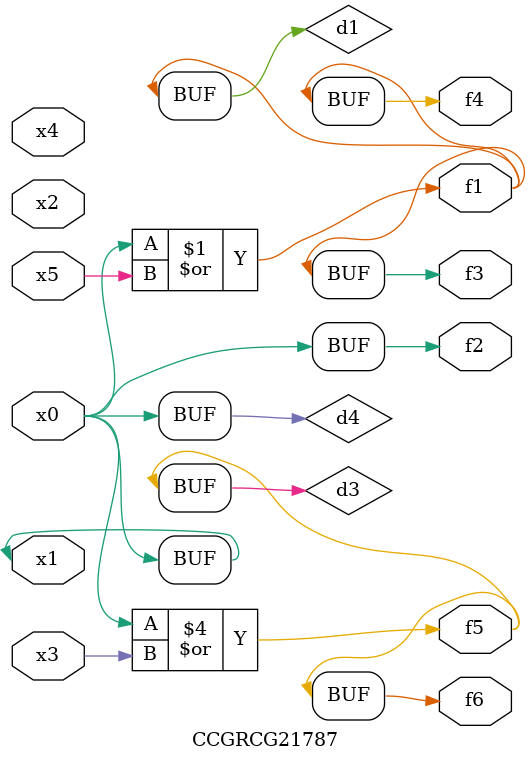
<source format=v>
module CCGRCG21787(
	input x0, x1, x2, x3, x4, x5,
	output f1, f2, f3, f4, f5, f6
);

	wire d1, d2, d3, d4;

	or (d1, x0, x5);
	xnor (d2, x1, x4);
	or (d3, x0, x3);
	buf (d4, x0, x1);
	assign f1 = d1;
	assign f2 = d4;
	assign f3 = d1;
	assign f4 = d1;
	assign f5 = d3;
	assign f6 = d3;
endmodule

</source>
